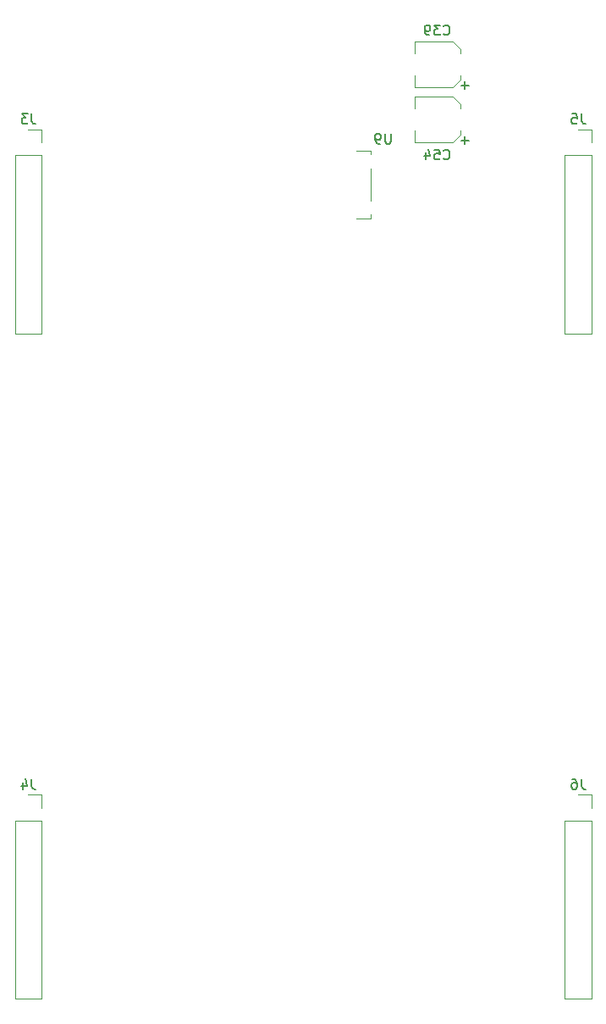
<source format=gbr>
G04 #@! TF.GenerationSoftware,KiCad,Pcbnew,(5.1.5)-3*
G04 #@! TF.CreationDate,2020-11-23T20:36:50+00:00*
G04 #@! TF.ProjectId,Retrospector_Components,52657472-6f73-4706-9563-746f725f436f,rev?*
G04 #@! TF.SameCoordinates,Original*
G04 #@! TF.FileFunction,Legend,Bot*
G04 #@! TF.FilePolarity,Positive*
%FSLAX46Y46*%
G04 Gerber Fmt 4.6, Leading zero omitted, Abs format (unit mm)*
G04 Created by KiCad (PCBNEW (5.1.5)-3) date 2020-11-23 20:36:50*
%MOMM*%
%LPD*%
G04 APERTURE LIST*
%ADD10C,0.120000*%
%ADD11C,0.150000*%
G04 APERTURE END LIST*
D10*
X145690000Y-62720000D02*
X145690000Y-62320000D01*
X141110000Y-63490000D02*
X141110000Y-62320000D01*
X141110000Y-58910000D02*
X141110000Y-60080000D01*
X145690000Y-59680000D02*
X145690000Y-60080000D01*
X144920000Y-63490000D02*
X141110000Y-63490000D01*
X144920000Y-63490000D02*
X145690000Y-62720000D01*
X144920000Y-58910000D02*
X141110000Y-58910000D01*
X144920000Y-58910000D02*
X145690000Y-59680000D01*
X145690000Y-57220000D02*
X145690000Y-56820000D01*
X141110000Y-57990000D02*
X141110000Y-56820000D01*
X141110000Y-53410000D02*
X141110000Y-54580000D01*
X145690000Y-54180000D02*
X145690000Y-54580000D01*
X144920000Y-57990000D02*
X141110000Y-57990000D01*
X144920000Y-57990000D02*
X145690000Y-57220000D01*
X144920000Y-53410000D02*
X141110000Y-53410000D01*
X144920000Y-53410000D02*
X145690000Y-54180000D01*
X136775000Y-64650000D02*
X136775000Y-64300000D01*
X136775000Y-64300000D02*
X135275000Y-64300000D01*
X136775000Y-69300000D02*
X136775000Y-66100000D01*
X135275000Y-71100000D02*
X136775000Y-71100000D01*
X136775000Y-71100000D02*
X136775000Y-70700000D01*
X158830000Y-149110000D02*
X156170000Y-149110000D01*
X158830000Y-131270000D02*
X158830000Y-149110000D01*
X156170000Y-131270000D02*
X156170000Y-149110000D01*
X158830000Y-131270000D02*
X156170000Y-131270000D01*
X158830000Y-130000000D02*
X158830000Y-128670000D01*
X158830000Y-128670000D02*
X157500000Y-128670000D01*
X158830000Y-82610000D02*
X156170000Y-82610000D01*
X158830000Y-64770000D02*
X158830000Y-82610000D01*
X156170000Y-64770000D02*
X156170000Y-82610000D01*
X158830000Y-64770000D02*
X156170000Y-64770000D01*
X158830000Y-63500000D02*
X158830000Y-62170000D01*
X158830000Y-62170000D02*
X157500000Y-62170000D01*
X103830000Y-149110000D02*
X101170000Y-149110000D01*
X103830000Y-131270000D02*
X103830000Y-149110000D01*
X101170000Y-131270000D02*
X101170000Y-149110000D01*
X103830000Y-131270000D02*
X101170000Y-131270000D01*
X103830000Y-130000000D02*
X103830000Y-128670000D01*
X103830000Y-128670000D02*
X102500000Y-128670000D01*
X103830000Y-82610000D02*
X101170000Y-82610000D01*
X103830000Y-64770000D02*
X103830000Y-82610000D01*
X101170000Y-64770000D02*
X101170000Y-82610000D01*
X103830000Y-64770000D02*
X101170000Y-64770000D01*
X103830000Y-63500000D02*
X103830000Y-62170000D01*
X103830000Y-62170000D02*
X102500000Y-62170000D01*
D11*
X144042857Y-65097142D02*
X144090476Y-65144761D01*
X144233333Y-65192380D01*
X144328571Y-65192380D01*
X144471428Y-65144761D01*
X144566666Y-65049523D01*
X144614285Y-64954285D01*
X144661904Y-64763809D01*
X144661904Y-64620952D01*
X144614285Y-64430476D01*
X144566666Y-64335238D01*
X144471428Y-64240000D01*
X144328571Y-64192380D01*
X144233333Y-64192380D01*
X144090476Y-64240000D01*
X144042857Y-64287619D01*
X143138095Y-64192380D02*
X143614285Y-64192380D01*
X143661904Y-64668571D01*
X143614285Y-64620952D01*
X143519047Y-64573333D01*
X143280952Y-64573333D01*
X143185714Y-64620952D01*
X143138095Y-64668571D01*
X143090476Y-64763809D01*
X143090476Y-65001904D01*
X143138095Y-65097142D01*
X143185714Y-65144761D01*
X143280952Y-65192380D01*
X143519047Y-65192380D01*
X143614285Y-65144761D01*
X143661904Y-65097142D01*
X142233333Y-64525714D02*
X142233333Y-65192380D01*
X142471428Y-64144761D02*
X142709523Y-64859047D01*
X142090476Y-64859047D01*
X146560952Y-63281428D02*
X145799047Y-63281428D01*
X146180000Y-63662380D02*
X146180000Y-62900476D01*
X144042857Y-52657142D02*
X144090476Y-52704761D01*
X144233333Y-52752380D01*
X144328571Y-52752380D01*
X144471428Y-52704761D01*
X144566666Y-52609523D01*
X144614285Y-52514285D01*
X144661904Y-52323809D01*
X144661904Y-52180952D01*
X144614285Y-51990476D01*
X144566666Y-51895238D01*
X144471428Y-51800000D01*
X144328571Y-51752380D01*
X144233333Y-51752380D01*
X144090476Y-51800000D01*
X144042857Y-51847619D01*
X143709523Y-51752380D02*
X143090476Y-51752380D01*
X143423809Y-52133333D01*
X143280952Y-52133333D01*
X143185714Y-52180952D01*
X143138095Y-52228571D01*
X143090476Y-52323809D01*
X143090476Y-52561904D01*
X143138095Y-52657142D01*
X143185714Y-52704761D01*
X143280952Y-52752380D01*
X143566666Y-52752380D01*
X143661904Y-52704761D01*
X143709523Y-52657142D01*
X142614285Y-52752380D02*
X142423809Y-52752380D01*
X142328571Y-52704761D01*
X142280952Y-52657142D01*
X142185714Y-52514285D01*
X142138095Y-52323809D01*
X142138095Y-51942857D01*
X142185714Y-51847619D01*
X142233333Y-51800000D01*
X142328571Y-51752380D01*
X142519047Y-51752380D01*
X142614285Y-51800000D01*
X142661904Y-51847619D01*
X142709523Y-51942857D01*
X142709523Y-52180952D01*
X142661904Y-52276190D01*
X142614285Y-52323809D01*
X142519047Y-52371428D01*
X142328571Y-52371428D01*
X142233333Y-52323809D01*
X142185714Y-52276190D01*
X142138095Y-52180952D01*
X146560952Y-57781428D02*
X145799047Y-57781428D01*
X146180000Y-58162380D02*
X146180000Y-57400476D01*
X138761904Y-62602380D02*
X138761904Y-63411904D01*
X138714285Y-63507142D01*
X138666666Y-63554761D01*
X138571428Y-63602380D01*
X138380952Y-63602380D01*
X138285714Y-63554761D01*
X138238095Y-63507142D01*
X138190476Y-63411904D01*
X138190476Y-62602380D01*
X137666666Y-63602380D02*
X137476190Y-63602380D01*
X137380952Y-63554761D01*
X137333333Y-63507142D01*
X137238095Y-63364285D01*
X137190476Y-63173809D01*
X137190476Y-62792857D01*
X137238095Y-62697619D01*
X137285714Y-62650000D01*
X137380952Y-62602380D01*
X137571428Y-62602380D01*
X137666666Y-62650000D01*
X137714285Y-62697619D01*
X137761904Y-62792857D01*
X137761904Y-63030952D01*
X137714285Y-63126190D01*
X137666666Y-63173809D01*
X137571428Y-63221428D01*
X137380952Y-63221428D01*
X137285714Y-63173809D01*
X137238095Y-63126190D01*
X137190476Y-63030952D01*
X157833333Y-127122380D02*
X157833333Y-127836666D01*
X157880952Y-127979523D01*
X157976190Y-128074761D01*
X158119047Y-128122380D01*
X158214285Y-128122380D01*
X156928571Y-127122380D02*
X157119047Y-127122380D01*
X157214285Y-127170000D01*
X157261904Y-127217619D01*
X157357142Y-127360476D01*
X157404761Y-127550952D01*
X157404761Y-127931904D01*
X157357142Y-128027142D01*
X157309523Y-128074761D01*
X157214285Y-128122380D01*
X157023809Y-128122380D01*
X156928571Y-128074761D01*
X156880952Y-128027142D01*
X156833333Y-127931904D01*
X156833333Y-127693809D01*
X156880952Y-127598571D01*
X156928571Y-127550952D01*
X157023809Y-127503333D01*
X157214285Y-127503333D01*
X157309523Y-127550952D01*
X157357142Y-127598571D01*
X157404761Y-127693809D01*
X157833333Y-60622380D02*
X157833333Y-61336666D01*
X157880952Y-61479523D01*
X157976190Y-61574761D01*
X158119047Y-61622380D01*
X158214285Y-61622380D01*
X156880952Y-60622380D02*
X157357142Y-60622380D01*
X157404761Y-61098571D01*
X157357142Y-61050952D01*
X157261904Y-61003333D01*
X157023809Y-61003333D01*
X156928571Y-61050952D01*
X156880952Y-61098571D01*
X156833333Y-61193809D01*
X156833333Y-61431904D01*
X156880952Y-61527142D01*
X156928571Y-61574761D01*
X157023809Y-61622380D01*
X157261904Y-61622380D01*
X157357142Y-61574761D01*
X157404761Y-61527142D01*
X102833333Y-127122380D02*
X102833333Y-127836666D01*
X102880952Y-127979523D01*
X102976190Y-128074761D01*
X103119047Y-128122380D01*
X103214285Y-128122380D01*
X101928571Y-127455714D02*
X101928571Y-128122380D01*
X102166666Y-127074761D02*
X102404761Y-127789047D01*
X101785714Y-127789047D01*
X102833333Y-60622380D02*
X102833333Y-61336666D01*
X102880952Y-61479523D01*
X102976190Y-61574761D01*
X103119047Y-61622380D01*
X103214285Y-61622380D01*
X102452380Y-60622380D02*
X101833333Y-60622380D01*
X102166666Y-61003333D01*
X102023809Y-61003333D01*
X101928571Y-61050952D01*
X101880952Y-61098571D01*
X101833333Y-61193809D01*
X101833333Y-61431904D01*
X101880952Y-61527142D01*
X101928571Y-61574761D01*
X102023809Y-61622380D01*
X102309523Y-61622380D01*
X102404761Y-61574761D01*
X102452380Y-61527142D01*
M02*

</source>
